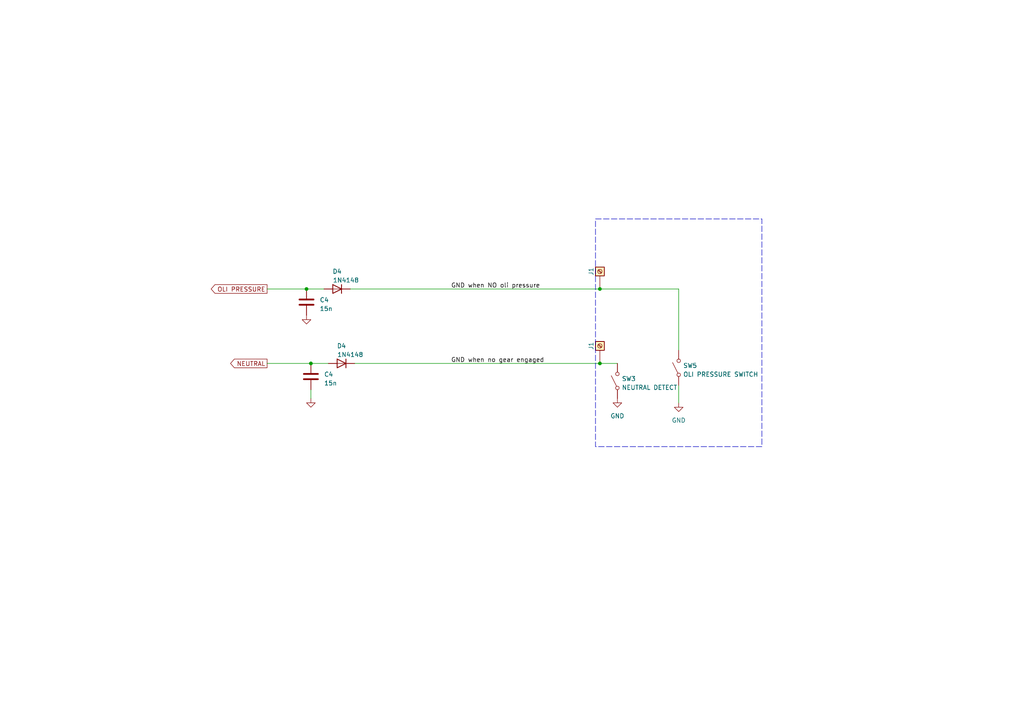
<source format=kicad_sch>
(kicad_sch (version 20230121) (generator eeschema)
  (paper "A4")
  (title_block (title "Interface module") (date "2023-04-19"))
  (lib_symbols
    (symbol "Connector:Screw_Terminal_01x01" (pin_numbers hide) (pin_names (offset 1.016) hide)
      (property "Reference" "J" (at 0 2.54 0))
      (property "Value" "Screw_Terminal_01x01" (at 0 -2.54 0))
      (symbol "Screw_Terminal_01x01_1_1"
        (rectangle (start -1.27 1.27) (end 1.27 -1.27) (stroke (width 0.254)) (fill (type background)))
        (polyline (pts (xy -0.5334 0.3302) (xy 0.3302 -0.508)) (stroke (width 0.1524)))
        (polyline (pts (xy -0.3556 0.508) (xy 0.508 -0.3302)) (stroke (width 0.1524)))
        (circle (center 0 0) (radius 0.635) (stroke (width 0.1524)))
        (pin passive line (at -5.08 0 0) (length 3.81) (name "Pin_1") (number "1"))
      )
    )
    (symbol "Device:C" (pin_numbers hide) (pin_names (offset 0.254))
      (property "Reference" "C" (at 0.635 2.54 0))
      (property "Value" "C" (at 0.635 -2.54 0))
      (symbol "C_0_1"
        (polyline (pts (xy -2.032 -0.762) (xy 2.032 -0.762)) (stroke (width 0.508)))
        (polyline (pts (xy -2.032 0.762) (xy 2.032 0.762)) (stroke (width 0.508)))
      )
      (symbol "C_1_1"
        (pin passive line (at 0 3.81 270) (length 2.794) (name "~") (number "1"))
        (pin passive line (at 0 -3.81 90) (length 2.794) (name "~") (number "2"))
      )
    )
    (symbol "Diode:1N4148" (pin_numbers hide) (pin_names hide)
      (property "Reference" "D" (at 0 2.54 0))
      (property "Value" "1N4148" (at 0 -2.54 0))
      (symbol "1N4148_0_1"
        (polyline (pts (xy -1.27 1.27) (xy -1.27 -1.27)) (stroke (width 0.254)))
        (polyline (pts (xy 1.27 0) (xy -1.27 0)))
        (polyline (pts (xy 1.27 1.27) (xy 1.27 -1.27) (xy -1.27 0) (xy 1.27 1.27)) (stroke (width 0.254)))
      )
      (symbol "1N4148_1_1"
        (pin passive line (at -3.81 0 0) (length 2.54) (name "K") (number "1"))
        (pin passive line (at 3.81 0 180) (length 2.54) (name "A") (number "2"))
      )
    )
    (symbol "SW_SPST_2" (pin_numbers hide) (pin_names (offset 0) hide)
      (property "Reference" "SW" (at 0 3.175 0))
      (property "Value" "SW_SPST" (at 0 -2.54 0))
      (symbol "SW_SPST_2_0_0"
        (circle (center -2.032 0) (radius 0.508))
        (polyline (pts (xy -1.524 0.254) (xy 1.524 1.778)))
        (circle (center 2.032 0) (radius 0.508))
      )
      (symbol "SW_SPST_2_1_1"
        (pin passive line (at -5.08 0 0) (length 2.54) (name "A") (number "1"))
        (pin passive line (at 5.08 0 180) (length 2.54) (name "B") (number "2"))
      )
    )
    (symbol "power:GND" (power) (pin_names (offset 0))
      (property "Value" "GND" (at 0 -3.81 0))
      (symbol "GND_0_1"
        (polyline (pts (xy 0 0) (xy 0 -1.27) (xy 1.27 -1.27) (xy 0 -2.54) (xy -1.27 -1.27) (xy 0 -1.27)))
      )
      (symbol "GND_1_1"
        (pin power_in line (at 0 0 270) (length 0) hide (name "GND") (number "1"))
      )
    )
  )
  (junction (at 90.17 105.41))
  (junction (at 173.99 105.41))
  (junction (at 173.99 83.82))
  (junction (at 88.9 83.82))
  (wire (pts (xy 90.17 113.03) (xy 90.17 115.57)))
  (wire (pts (xy 102.87 105.41) (xy 173.99 105.41)))
  (wire (pts (xy 196.85 111.76) (xy 196.85 116.84)))
  (wire (pts (xy 90.17 105.41) (xy 95.25 105.41)))
  (wire (pts (xy 196.85 83.82) (xy 173.99 83.82)))
  (wire (pts (xy 196.85 83.82) (xy 196.85 101.6)))
  (wire (pts (xy 88.9 83.82) (xy 93.98 83.82)))
  (wire (pts (xy 77.47 83.82) (xy 88.9 83.82)))
  (wire (pts (xy 77.47 105.41) (xy 90.17 105.41)))
  (wire (pts (xy 173.99 105.41) (xy 179.07 105.41)))
  (wire (pts (xy 101.6 83.82) (xy 173.99 83.82)))
  (rectangle (start 172.72 63.5) (end 220.98 129.54) (stroke (width 0) (type dash)))
  (label "GND when NO oli pressure" (at 130.81 83.82 0))
  (label "GND when no gear engaged" (at 130.81 105.41 0))
  (global_label "OLI PRESSURE" (shape output) (at 77.47 83.82 180) (property "Intersheetrefs" "${INTERSHEET_REFS}" (effects hide)))
  (global_label "NEUTRAL" (shape output) (at 77.47 105.41 180) (property "Intersheetrefs" "${INTERSHEET_REFS}" (effects hide)))
  (symbol (lib_id "power:GND") (at 88.9 91.44 0) (unit 1)
    (property "Reference" "#PWR015" (effects hide))
    (property "Value" "GND" (effects hide))
    (instances (project "led_drive" (path "" (reference "#PWR015") (unit 1)) (path "" (reference "#PWR02") (unit 1))))
  )
  (symbol (lib_id "power:GND") (at 90.17 115.57 0) (unit 1)
    (property "Reference" "#PWR015" (effects hide))
    (property "Value" "GND" (effects hide))
    (instances (project "led_drive" (path "" (reference "#PWR015") (unit 1)) (path "" (reference "#PWR042") (unit 1))))
  )
  (symbol (lib_name "SW_SPST_2") (lib_id "Switch:SW_SPST") (at 179.07 110.49 90) (unit 1) (in_bom no) (on_board no)
    (property "Reference" "SW3" (at 180.34 109.855 90) (effects (justify right)))
    (property "Value" "NEUTRAL DETECT" (at 180.34 112.395 90) (effects (justify right)))
  )
  (symbol (lib_id "Connector:Screw_Terminal_01x01") (at 173.99 78.74 270) (mirror x) (unit 1)
    (property "Reference" "J1" (at 171.45 78.74 0))
    (property "Value" "Screw_Terminal_01x01" (effects hide))
    (instances (project "led_drive" (path "" (reference "J1") (unit 1)) (path "" (reference "J8") (unit 1)) (path "" (reference "J8") (unit 1))))
  )
  (symbol (lib_name "SW_SPST_2") (lib_id "Switch:SW_SPST") (at 196.85 106.68 90) (unit 1) (in_bom no) (on_board no)
    (property "Reference" "SW5" (at 198.12 106.045 90) (effects (justify right)))
    (property "Value" "OLI PRESSURE SWITCH" (at 198.12 108.585 90) (effects (justify right)))
  )
  (symbol (lib_id "Device:C") (at 90.17 109.22 0) (unit 1)
    (property "Reference" "C4" (at 93.98 108.585 0) (effects (justify left)))
    (property "Value" "15n" (at 93.98 111.125 0) (effects (justify left)))
    (instances (project "led_drive" (path "" (reference "C4") (unit 1)) (path "" (reference "C14") (unit 1))))
  )
  (symbol (lib_id "Connector:Screw_Terminal_01x01") (at 173.99 100.33 270) (mirror x) (unit 1)
    (property "Reference" "J1" (at 171.45 100.33 0))
    (property "Value" "Screw_Terminal_01x01" (effects hide))
    (instances (project "led_drive" (path "" (reference "J1") (unit 1)) (path "" (reference "J9") (unit 1)) (path "" (reference "J9") (unit 1))))
  )
  (symbol (lib_id "Device:C") (at 88.9 87.63 0) (unit 1)
    (property "Reference" "C4" (at 92.71 86.995 0) (effects (justify left)))
    (property "Value" "15n" (at 92.71 89.535 0) (effects (justify left)))
    (instances (project "led_drive" (path "" (reference "C4") (unit 1)) (path "" (reference "C2") (unit 1))))
  )
  (symbol (lib_id "power:GND") (at 179.07 115.57 0) (unit 1)
    (property "Reference" "#PWR025" (effects hide))
    (property "Value" "GND" (at 179.07 120.65 0))
    (instances (project "led_drive" (path "" (reference "#PWR025") (unit 1)) (path "" (reference "#PWR050") (unit 1))))
  )
  (symbol (lib_id "Diode:1N4148") (at 99.06 105.41 0) (mirror y) (unit 1)
    (property "Reference" "D4" (at 99.06 100.33 0))
    (property "Value" "1N4148" (at 101.6 102.87 0))
    (property "Footprint" "Diode_THT:D_DO-35_SOD27_P7.62mm_Horizontal" (effects hide))
    (property "Datasheet" "https://assets.nexperia.com/documents/data-sheet/1N4148_1N4448.pdf" (effects hide))
    (property "Sim.Device" "D" (effects hide))
    (property "Sim.Pins" "1=K 2=A" (effects hide))
    (instances (project "led_drive" (path "" (reference "D4") (unit 1)) (path "" (reference "D15") (unit 1))))
  )
  (symbol (lib_id "power:GND") (at 196.85 116.84 0) (unit 1)
    (property "Reference" "#PWR027" (effects hide))
    (property "Value" "GND" (at 196.85 121.92 0))
    (instances (project "led_drive" (path "" (reference "#PWR027") (unit 1)) (path "" (reference "#PWR052") (unit 1))))
  )
  (symbol (lib_id "Diode:1N4148") (at 97.79 83.82 0) (mirror y) (unit 1)
    (property "Reference" "D4" (at 97.79 78.74 0))
    (property "Value" "1N4148" (at 100.33 81.28 0))
    (property "Footprint" "Diode_THT:D_DO-35_SOD27_P7.62mm_Horizontal" (effects hide))
    (property "Datasheet" "https://assets.nexperia.com/documents/data-sheet/1N4148_1N4448.pdf" (effects hide))
    (property "Sim.Device" "D" (effects hide))
    (property "Sim.Pins" "1=K 2=A" (effects hide))
    (instances (project "led_drive" (path "" (reference "D4") (unit 1)) (path "" (reference "D3") (unit 1))))
  )
)
</source>
